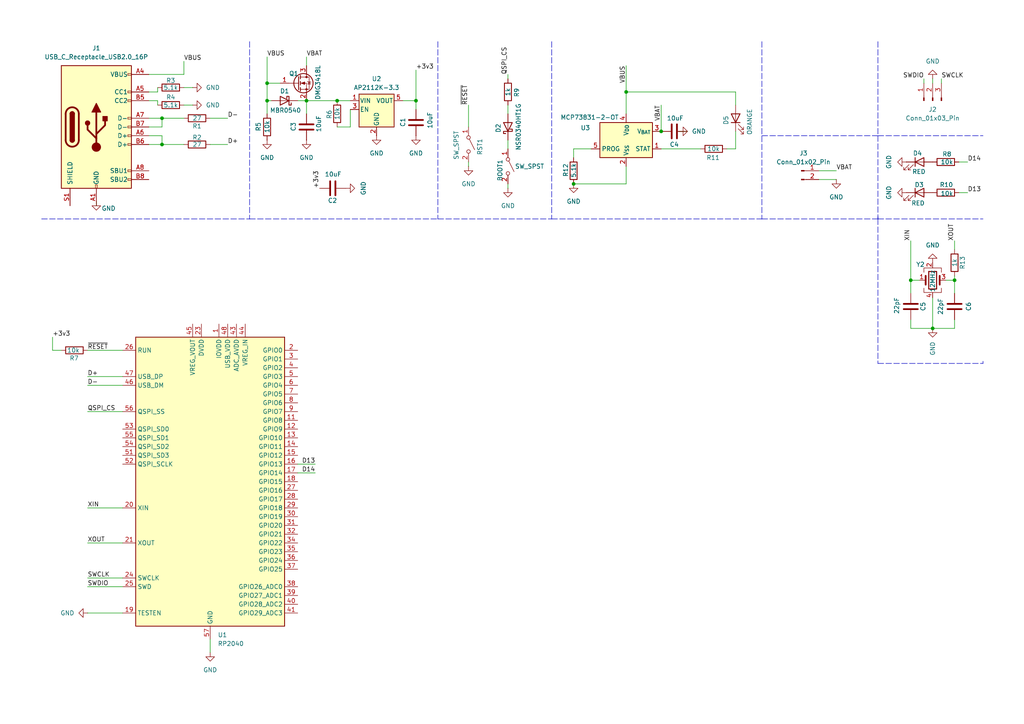
<source format=kicad_sch>
(kicad_sch (version 20231120) (generator "eeschema") (generator_version "8.0")
  (paper "A4")
  (lib_symbols
    (symbol "Battery_Management:MCP73831-2-OT"
      (property "Reference" "U" (at -7.62 6.35 0))
      (property "Value" "MCP73831-2-OT" (at 1.27 6.35 0))
      (symbol "MCP73831-2-OT_0_1"
        (rectangle (start -7.62 5.08) (end 7.62 -5.08) (stroke (width 0.254)) (fill (type background)))
      )
      (symbol "MCP73831-2-OT_1_1"
        (pin tri_state line (at 10.16 -2.54 180) (length 2.54) (name "STAT") (number "1"))
        (pin power_in line (at 0 -7.62 90) (length 2.54) (name "V_{SS}") (number "2"))
        (pin power_out line (at 10.16 2.54 180) (length 2.54) (name "V_{BAT}") (number "3"))
        (pin power_in line (at 0 7.62 270) (length 2.54) (name "V_{DD}") (number "4"))
        (pin input line (at -10.16 -2.54 0) (length 2.54) (name "PROG") (number "5"))
      )
    )
    (symbol "Connector:Conn_01x02_Pin" (pin_names (offset 1.016) hide)
      (property "Reference" "J" (at 0 2.54 0))
      (property "Value" "Conn_01x02_Pin" (at 0 -5.08 0))
      (symbol "Conn_01x02_Pin_1_1"
        (polyline (pts (xy 1.27 -2.54) (xy 0.8636 -2.54)) (stroke (width 0.1524)))
        (polyline (pts (xy 1.27 0) (xy 0.8636 0)) (stroke (width 0.1524)))
        (rectangle (start 0.8636 -2.413) (end 0 -2.667) (stroke (width 0.1524)) (fill (type outline)))
        (rectangle (start 0.8636 0.127) (end 0 -0.127) (stroke (width 0.1524)) (fill (type outline)))
        (pin passive line (at 5.08 0 180) (length 3.81) (name "Pin_1") (number "1"))
        (pin passive line (at 5.08 -2.54 180) (length 3.81) (name "Pin_2") (number "2"))
      )
    )
    (symbol "Connector:Conn_01x03_Pin" (pin_names (offset 1.016) hide)
      (property "Reference" "J" (at 0 5.08 0))
      (property "Value" "Conn_01x03_Pin" (at 0 -5.08 0))
      (symbol "Conn_01x03_Pin_1_1"
        (polyline (pts (xy 1.27 -2.54) (xy 0.8636 -2.54)) (stroke (width 0.1524)))
        (polyline (pts (xy 1.27 0) (xy 0.8636 0)) (stroke (width 0.1524)))
        (polyline (pts (xy 1.27 2.54) (xy 0.8636 2.54)) (stroke (width 0.1524)))
        (rectangle (start 0.8636 -2.413) (end 0 -2.667) (stroke (width 0.1524)) (fill (type outline)))
        (rectangle (start 0.8636 0.127) (end 0 -0.127) (stroke (width 0.1524)) (fill (type outline)))
        (rectangle (start 0.8636 2.667) (end 0 2.413) (stroke (width 0.1524)) (fill (type outline)))
        (pin passive line (at 5.08 2.54 180) (length 3.81) (name "Pin_1") (number "1"))
        (pin passive line (at 5.08 0 180) (length 3.81) (name "Pin_2") (number "2"))
        (pin passive line (at 5.08 -2.54 180) (length 3.81) (name "Pin_3") (number "3"))
      )
    )
    (symbol "Connector:USB_C_Receptacle_USB2.0_16P" (pin_names (offset 1.016))
      (property "Reference" "J" (at 0 22.225 0))
      (property "Value" "USB_C_Receptacle_USB2.0_16P" (at 0 19.685 0))
      (symbol "USB_C_Receptacle_USB2.0_16P_0_0"
        (rectangle (start -0.254 -17.78) (end 0.254 -16.764))
        (rectangle (start 10.16 -14.986) (end 9.144 -15.494))
        (rectangle (start 10.16 -12.446) (end 9.144 -12.954))
        (rectangle (start 10.16 -4.826) (end 9.144 -5.334))
        (rectangle (start 10.16 -2.286) (end 9.144 -2.794))
        (rectangle (start 10.16 0.254) (end 9.144 -0.254))
        (rectangle (start 10.16 2.794) (end 9.144 2.286))
        (rectangle (start 10.16 7.874) (end 9.144 7.366))
        (rectangle (start 10.16 10.414) (end 9.144 9.906))
        (rectangle (start 10.16 15.494) (end 9.144 14.986))
      )
      (symbol "USB_C_Receptacle_USB2.0_16P_0_1"
        (rectangle (start -10.16 17.78) (end 10.16 -17.78) (stroke (width 0.254)) (fill (type background)))
        (arc (start -8.89 -3.81) (mid -6.985 -5.7067) (end -5.08 -3.81) (stroke (width 0.508)))
        (arc (start -7.62 -3.81) (mid -6.985 -4.4423) (end -6.35 -3.81) (stroke (width 0.254)))
        (arc (start -7.62 -3.81) (mid -6.985 -4.4423) (end -6.35 -3.81) (stroke (width 0.254)) (fill (type outline)))
        (rectangle (start -7.62 -3.81) (end -6.35 3.81) (stroke (width 0.254)) (fill (type outline)))
        (arc (start -6.35 3.81) (mid -6.985 4.4423) (end -7.62 3.81) (stroke (width 0.254)))
        (arc (start -6.35 3.81) (mid -6.985 4.4423) (end -7.62 3.81) (stroke (width 0.254)) (fill (type outline)))
        (arc (start -5.08 3.81) (mid -6.985 5.7067) (end -8.89 3.81) (stroke (width 0.508)))
        (circle (center -2.54 1.143) (radius 0.635) (stroke (width 0.254)) (fill (type outline)))
        (circle (center 0 -5.842) (radius 1.27) (fill (type outline)))
        (polyline (pts (xy -8.89 -3.81) (xy -8.89 3.81)) (stroke (width 0.508)))
        (polyline (pts (xy -5.08 3.81) (xy -5.08 -3.81)) (stroke (width 0.508)))
        (polyline (pts (xy 0 -5.842) (xy 0 4.318)) (stroke (width 0.508)))
        (polyline (pts (xy 0 -3.302) (xy -2.54 -0.762) (xy -2.54 0.508)) (stroke (width 0.508)))
        (polyline (pts (xy 0 -2.032) (xy 2.54 0.508) (xy 2.54 1.778)) (stroke (width 0.508)))
        (polyline (pts (xy -1.27 4.318) (xy 0 6.858) (xy 1.27 4.318) (xy -1.27 4.318)) (stroke (width 0.254)) (fill (type outline)))
        (rectangle (start 1.905 1.778) (end 3.175 3.048) (stroke (width 0.254)) (fill (type outline)))
      )
      (symbol "USB_C_Receptacle_USB2.0_16P_1_1"
        (pin passive line (at 0 -22.86 90) (length 5.08) (name "GND") (number "A1"))
        (pin passive line (at 0 -22.86 90) (length 5.08) hide (name "GND") (number "A12"))
        (pin passive line (at 15.24 15.24 180) (length 5.08) (name "VBUS") (number "A4"))
        (pin bidirectional line (at 15.24 10.16 180) (length 5.08) (name "CC1") (number "A5"))
        (pin bidirectional line (at 15.24 -2.54 180) (length 5.08) (name "D+") (number "A6"))
        (pin bidirectional line (at 15.24 2.54 180) (length 5.08) (name "D-") (number "A7"))
        (pin bidirectional line (at 15.24 -12.7 180) (length 5.08) (name "SBU1") (number "A8"))
        (pin passive line (at 15.24 15.24 180) (length 5.08) hide (name "VBUS") (number "A9"))
        (pin passive line (at 0 -22.86 90) (length 5.08) hide (name "GND") (number "B1"))
        (pin passive line (at 0 -22.86 90) (length 5.08) hide (name "GND") (number "B12"))
        (pin passive line (at 15.24 15.24 180) (length 5.08) hide (name "VBUS") (number "B4"))
        (pin bidirectional line (at 15.24 7.62 180) (length 5.08) (name "CC2") (number "B5"))
        (pin bidirectional line (at 15.24 -5.08 180) (length 5.08) (name "D+") (number "B6"))
        (pin bidirectional line (at 15.24 0 180) (length 5.08) (name "D-") (number "B7"))
        (pin bidirectional line (at 15.24 -15.24 180) (length 5.08) (name "SBU2") (number "B8"))
        (pin passive line (at 15.24 15.24 180) (length 5.08) hide (name "VBUS") (number "B9"))
        (pin passive line (at -7.62 -22.86 90) (length 5.08) (name "SHIELD") (number "S1"))
      )
    )
    (symbol "Device:C" (pin_numbers hide) (pin_names (offset 0.254))
      (property "Reference" "C" (at 0.635 2.54 0))
      (property "Value" "C" (at 0.635 -2.54 0))
      (symbol "C_0_1"
        (polyline (pts (xy -2.032 -0.762) (xy 2.032 -0.762)) (stroke (width 0.508)))
        (polyline (pts (xy -2.032 0.762) (xy 2.032 0.762)) (stroke (width 0.508)))
      )
      (symbol "C_1_1"
        (pin passive line (at 0 3.81 270) (length 2.794) (name "~") (number "1"))
        (pin passive line (at 0 -3.81 90) (length 2.794) (name "~") (number "2"))
      )
    )
    (symbol "Device:Crystal_GND24" (pin_names (offset 1.016) hide)
      (property "Reference" "Y" (at 3.175 5.08 0))
      (property "Value" "Crystal_GND24" (at 3.175 3.175 0))
      (symbol "Crystal_GND24_0_1"
        (rectangle (start -1.143 2.54) (end 1.143 -2.54) (stroke (width 0.3048)))
        (polyline (pts (xy -2.54 0) (xy -2.032 0)))
        (polyline (pts (xy -2.032 -1.27) (xy -2.032 1.27)) (stroke (width 0.508)))
        (polyline (pts (xy 0 -3.81) (xy 0 -3.556)))
        (polyline (pts (xy 0 3.556) (xy 0 3.81)))
        (polyline (pts (xy 2.032 -1.27) (xy 2.032 1.27)) (stroke (width 0.508)))
        (polyline (pts (xy 2.032 0) (xy 2.54 0)))
        (polyline (pts (xy -2.54 -2.286) (xy -2.54 -3.556) (xy 2.54 -3.556) (xy 2.54 -2.286)))
        (polyline (pts (xy -2.54 2.286) (xy -2.54 3.556) (xy 2.54 3.556) (xy 2.54 2.286)))
      )
      (symbol "Crystal_GND24_1_1"
        (pin passive line (at -3.81 0 0) (length 1.27) (name "1") (number "1"))
        (pin passive line (at 0 5.08 270) (length 1.27) (name "2") (number "2"))
        (pin passive line (at 3.81 0 180) (length 1.27) (name "3") (number "3"))
        (pin passive line (at 0 -5.08 90) (length 1.27) (name "4") (number "4"))
      )
    )
    (symbol "Device:LED" (pin_numbers hide) (pin_names (offset 1.016) hide)
      (property "Reference" "D" (at 0 2.54 0))
      (property "Value" "LED" (at 0 -2.54 0))
      (symbol "LED_0_1"
        (polyline (pts (xy -1.27 -1.27) (xy -1.27 1.27)) (stroke (width 0.254)))
        (polyline (pts (xy -1.27 0) (xy 1.27 0)))
        (polyline (pts (xy 1.27 -1.27) (xy 1.27 1.27) (xy -1.27 0) (xy 1.27 -1.27)) (stroke (width 0.254)))
        (polyline (pts (xy -3.048 -0.762) (xy -4.572 -2.286) (xy -3.81 -2.286) (xy -4.572 -2.286) (xy -4.572 -1.524)))
        (polyline (pts (xy -1.778 -0.762) (xy -3.302 -2.286) (xy -2.54 -2.286) (xy -3.302 -2.286) (xy -3.302 -1.524)))
      )
      (symbol "LED_1_1"
        (pin passive line (at -3.81 0 0) (length 2.54) (name "K") (number "1"))
        (pin passive line (at 3.81 0 180) (length 2.54) (name "A") (number "2"))
      )
    )
    (symbol "Device:R" (pin_numbers hide) (pin_names (offset 0))
      (property "Reference" "R" (at 2.032 0 90))
      (property "Value" "R" (at 0 0 90))
      (symbol "R_0_1"
        (rectangle (start -1.016 -2.54) (end 1.016 2.54) (stroke (width 0.254)))
      )
      (symbol "R_1_1"
        (pin passive line (at 0 3.81 270) (length 1.27) (name "~") (number "1"))
        (pin passive line (at 0 -3.81 90) (length 1.27) (name "~") (number "2"))
      )
    )
    (symbol "Diode:MBR0540" (pin_numbers hide) (pin_names (offset 1.016) hide)
      (property "Reference" "D" (at 0 2.54 0))
      (property "Value" "MBR0540" (at 0 -2.54 0))
      (symbol "MBR0540_0_1"
        (polyline (pts (xy 1.27 0) (xy -1.27 0)))
        (polyline (pts (xy 1.27 1.27) (xy 1.27 -1.27) (xy -1.27 0) (xy 1.27 1.27)) (stroke (width 0.254)))
        (polyline (pts (xy -1.905 0.635) (xy -1.905 1.27) (xy -1.27 1.27) (xy -1.27 -1.27) (xy -0.635 -1.27) (xy -0.635 -0.635)) (stroke (width 0.254)))
      )
      (symbol "MBR0540_1_1"
        (pin passive line (at -3.81 0 0) (length 2.54) (name "K") (number "1"))
        (pin passive line (at 3.81 0 180) (length 2.54) (name "A") (number "2"))
      )
    )
    (symbol "Diode:NSR0340HT1G" (pin_numbers hide) (pin_names (offset 1.016) hide)
      (property "Reference" "D" (at 0 2.54 0))
      (property "Value" "NSR0340HT1G" (at 0 -2.54 0))
      (symbol "NSR0340HT1G_0_1"
        (polyline (pts (xy 1.27 0) (xy -1.27 0)))
        (polyline (pts (xy 1.27 1.27) (xy 1.27 -1.27) (xy -1.27 0) (xy 1.27 1.27)) (stroke (width 0.254)))
        (polyline (pts (xy -1.905 0.635) (xy -1.905 1.27) (xy -1.27 1.27) (xy -1.27 -1.27) (xy -0.635 -1.27) (xy -0.635 -0.635)) (stroke (width 0.254)))
      )
      (symbol "NSR0340HT1G_1_1"
        (pin passive line (at -3.81 0 0) (length 2.54) (name "K") (number "1"))
        (pin passive line (at 3.81 0 180) (length 2.54) (name "A") (number "2"))
      )
    )
    (symbol "MCU_RaspberryPi:RP2040"
      (property "Reference" "U" (at 17.78 45.72 0))
      (property "Value" "RP2040" (at 17.78 43.18 0))
      (symbol "RP2040_0_1"
        (rectangle (start -21.59 41.91) (end 21.59 -41.91) (stroke (width 0.254)) (fill (type background)))
      )
      (symbol "RP2040_1_1"
        (pin power_in line (at 2.54 45.72 270) (length 3.81) (name "IOVDD") (number "1"))
        (pin passive line (at 2.54 45.72 270) (length 3.81) hide (name "IOVDD") (number "10"))
        (pin bidirectional line (at 25.4 17.78 180) (length 3.81) (name "GPIO8") (number "11"))
        (pin bidirectional line (at 25.4 15.24 180) (length 3.81) (name "GPIO9") (number "12"))
        (pin bidirectional line (at 25.4 12.7 180) (length 3.81) (name "GPIO10") (number "13"))
        (pin bidirectional line (at 25.4 10.16 180) (length 3.81) (name "GPIO11") (number "14"))
        (pin bidirectional line (at 25.4 7.62 180) (length 3.81) (name "GPIO12") (number "15"))
        (pin bidirectional line (at 25.4 5.08 180) (length 3.81) (name "GPIO13") (number "16"))
        (pin bidirectional line (at 25.4 2.54 180) (length 3.81) (name "GPIO14") (number "17"))
        (pin bidirectional line (at 25.4 0 180) (length 3.81) (name "GPIO15") (number "18"))
        (pin input line (at -25.4 -38.1 0) (length 3.81) (name "TESTEN") (number "19"))
        (pin bidirectional line (at 25.4 38.1 180) (length 3.81) (name "GPIO0") (number "2"))
        (pin input line (at -25.4 -7.62 0) (length 3.81) (name "XIN") (number "20"))
        (pin passive line (at -25.4 -17.78 0) (length 3.81) (name "XOUT") (number "21"))
        (pin passive line (at 2.54 45.72 270) (length 3.81) hide (name "IOVDD") (number "22"))
        (pin power_in line (at -2.54 45.72 270) (length 3.81) (name "DVDD") (number "23"))
        (pin input line (at -25.4 -27.94 0) (length 3.81) (name "SWCLK") (number "24"))
        (pin bidirectional line (at -25.4 -30.48 0) (length 3.81) (name "SWD") (number "25"))
        (pin input line (at -25.4 38.1 0) (length 3.81) (name "RUN") (number "26"))
        (pin bidirectional line (at 25.4 -2.54 180) (length 3.81) (name "GPIO16") (number "27"))
        (pin bidirectional line (at 25.4 -5.08 180) (length 3.81) (name "GPIO17") (number "28"))
        (pin bidirectional line (at 25.4 -7.62 180) (length 3.81) (name "GPIO18") (number "29"))
        (pin bidirectional line (at 25.4 35.56 180) (length 3.81) (name "GPIO1") (number "3"))
        (pin bidirectional line (at 25.4 -10.16 180) (length 3.81) (name "GPIO19") (number "30"))
        (pin bidirectional line (at 25.4 -12.7 180) (length 3.81) (name "GPIO20") (number "31"))
        (pin bidirectional line (at 25.4 -15.24 180) (length 3.81) (name "GPIO21") (number "32"))
        (pin passive line (at 2.54 45.72 270) (length 3.81) hide (name "IOVDD") (number "33"))
        (pin bidirectional line (at 25.4 -17.78 180) (length 3.81) (name "GPIO22") (number "34"))
        (pin bidirectional line (at 25.4 -20.32 180) (length 3.81) (name "GPIO23") (number "35"))
        (pin bidirectional line (at 25.4 -22.86 180) (length 3.81) (name "GPIO24") (number "36"))
        (pin bidirectional line (at 25.4 -25.4 180) (length 3.81) (name "GPIO25") (number "37"))
        (pin bidirectional line (at 25.4 -30.48 180) (length 3.81) (name "GPIO26_ADC0") (number "38"))
        (pin bidirectional line (at 25.4 -33.02 180) (length 3.81) (name "GPIO27_ADC1") (number "39"))
        (pin bidirectional line (at 25.4 33.02 180) (length 3.81) (name "GPIO2") (number "4"))
        (pin bidirectional line (at 25.4 -35.56 180) (length 3.81) (name "GPIO28_ADC2") (number "40"))
        (pin bidirectional line (at 25.4 -38.1 180) (length 3.81) (name "GPIO29_ADC3") (number "41"))
        (pin passive line (at 2.54 45.72 270) (length 3.81) hide (name "IOVDD") (number "42"))
        (pin power_in line (at 7.62 45.72 270) (length 3.81) (name "ADC_AVDD") (number "43"))
        (pin power_in line (at 10.16 45.72 270) (length 3.81) (name "VREG_IN") (number "44"))
        (pin power_out line (at -5.08 45.72 270) (length 3.81) (name "VREG_VOUT") (number "45"))
        (pin bidirectional line (at -25.4 27.94 0) (length 3.81) (name "USB_DM") (number "46"))
        (pin bidirectional line (at -25.4 30.48 0) (length 3.81) (name "USB_DP") (number "47"))
        (pin power_in line (at 5.08 45.72 270) (length 3.81) (name "USB_VDD") (number "48"))
        (pin passive line (at 2.54 45.72 270) (length 3.81) hide (name "IOVDD") (number "49"))
        (pin bidirectional line (at 25.4 30.48 180) (length 3.81) (name "GPIO3") (number "5"))
        (pin passive line (at -2.54 45.72 270) (length 3.81) hide (name "DVDD") (number "50"))
        (pin bidirectional line (at -25.4 7.62 0) (length 3.81) (name "QSPI_SD3") (number "51"))
        (pin output line (at -25.4 5.08 0) (length 3.81) (name "QSPI_SCLK") (number "52"))
        (pin bidirectional line (at -25.4 15.24 0) (length 3.81) (name "QSPI_SD0") (number "53"))
        (pin bidirectional line (at -25.4 10.16 0) (length 3.81) (name "QSPI_SD2") (number "54"))
        (pin bidirectional line (at -25.4 12.7 0) (length 3.81) (name "QSPI_SD1") (number "55"))
        (pin bidirectional line (at -25.4 20.32 0) (length 3.81) (name "QSPI_SS") (number "56"))
        (pin power_in line (at 0 -45.72 90) (length 3.81) (name "GND") (number "57"))
        (pin bidirectional line (at 25.4 27.94 180) (length 3.81) (name "GPIO4") (number "6"))
        (pin bidirectional line (at 25.4 25.4 180) (length 3.81) (name "GPIO5") (number "7"))
        (pin bidirectional line (at 25.4 22.86 180) (length 3.81) (name "GPIO6") (number "8"))
        (pin bidirectional line (at 25.4 20.32 180) (length 3.81) (name "GPIO7") (number "9"))
      )
    )
    (symbol "Regulator_Linear:AP2112K-3.3" (pin_names (offset 0.254))
      (property "Reference" "U" (at -5.08 5.715 0))
      (property "Value" "AP2112K-3.3" (at 0 5.715 0))
      (symbol "AP2112K-3.3_0_1"
        (rectangle (start -5.08 4.445) (end 5.08 -5.08) (stroke (width 0.254)) (fill (type background)))
      )
      (symbol "AP2112K-3.3_1_1"
        (pin power_in line (at -7.62 2.54 0) (length 2.54) (name "VIN") (number "1"))
        (pin power_in line (at 0 -7.62 90) (length 2.54) (name "GND") (number "2"))
        (pin input line (at -7.62 0 0) (length 2.54) (name "EN") (number "3"))
        (pin no_connect line (at 5.08 0 180) (length 2.54) hide (name "NC") (number "4"))
        (pin power_out line (at 7.62 2.54 180) (length 2.54) (name "VOUT") (number "5"))
      )
    )
    (symbol "Switch:SW_SPST" (pin_names (offset 0) hide)
      (property "Reference" "SW" (at 0 3.175 0))
      (property "Value" "SW_SPST" (at 0 -2.54 0))
      (symbol "SW_SPST_0_0"
        (circle (center -2.032 0) (radius 0.508))
        (polyline (pts (xy -1.524 0.254) (xy 1.524 1.778)))
        (circle (center 2.032 0) (radius 0.508))
      )
      (symbol "SW_SPST_1_1"
        (pin passive line (at -5.08 0 0) (length 2.54) (name "A") (number "1"))
        (pin passive line (at 5.08 0 180) (length 2.54) (name "B") (number "2"))
      )
    )
    (symbol "Transistor_FET:DMG3418L" (pin_names hide)
      (property "Reference" "Q" (at 5.08 1.905 0))
      (property "Value" "DMG3418L" (at 5.08 0 0))
      (symbol "DMG3418L_0_1"
        (polyline (pts (xy 0.254 0) (xy -2.54 0)))
        (polyline (pts (xy 0.254 1.905) (xy 0.254 -1.905)) (stroke (width 0.254)))
        (polyline (pts (xy 0.762 -1.27) (xy 0.762 -2.286)) (stroke (width 0.254)))
        (polyline (pts (xy 0.762 0.508) (xy 0.762 -0.508)) (stroke (width 0.254)))
        (polyline (pts (xy 0.762 2.286) (xy 0.762 1.27)) (stroke (width 0.254)))
        (polyline (pts (xy 2.54 2.54) (xy 2.54 1.778)))
        (polyline (pts (xy 2.54 -2.54) (xy 2.54 0) (xy 0.762 0)))
        (polyline (pts (xy 0.762 -1.778) (xy 3.302 -1.778) (xy 3.302 1.778) (xy 0.762 1.778)))
        (polyline (pts (xy 1.016 0) (xy 2.032 0.381) (xy 2.032 -0.381) (xy 1.016 0)) (fill (type outline)))
        (polyline (pts (xy 2.794 0.508) (xy 2.921 0.381) (xy 3.683 0.381) (xy 3.81 0.254)))
        (polyline (pts (xy 3.302 0.381) (xy 2.921 -0.254) (xy 3.683 -0.254) (xy 3.302 0.381)))
        (circle (center 1.651 0) (radius 2.794) (stroke (width 0.254)))
        (circle (center 2.54 -1.778) (radius 0.254) (fill (type outline)))
        (circle (center 2.54 1.778) (radius 0.254) (fill (type outline)))
      )
      (symbol "DMG3418L_1_1"
        (pin input line (at -5.08 0 0) (length 2.54) (name "G") (number "1"))
        (pin passive line (at 2.54 -5.08 90) (length 2.54) (name "S") (number "2"))
        (pin passive line (at 2.54 5.08 270) (length 2.54) (name "D") (number "3"))
      )
    )
    (symbol "power:GND" (power) (pin_numbers hide) (pin_names (offset 0) hide)
      (property "Value" "GND" (at 0 -3.81 0))
      (symbol "GND_0_1"
        (polyline (pts (xy 0 0) (xy 0 -1.27) (xy 1.27 -1.27) (xy 0 -2.54) (xy -1.27 -1.27) (xy 0 -1.27)))
      )
      (symbol "GND_1_1"
        (pin power_in line (at 0 0 270) (length 0) (name "~") (number "1"))
      )
    )
  )
  (junction (at 181.61 26.67))
  (junction (at 191.77 38.1))
  (junction (at 166.37 53.34))
  (junction (at 270.51 95.25))
  (junction (at 120.65 29.21))
  (junction (at 77.47 29.21))
  (junction (at 46.99 41.91))
  (junction (at 264.16 81.28))
  (junction (at 46.99 34.29))
  (junction (at 77.47 24.13))
  (junction (at 276.86 81.28))
  (junction (at 97.79 29.21))
  (junction (at 88.9 29.21))
  (polyline (pts (xy 254.635 105.41) (xy 285.115 105.41)) (stroke (width 0) (type dash)))
  (polyline (pts (xy 127 63.5) (xy 160.02 63.5)) (stroke (width 0) (type dash)))
  (wire (pts (xy 181.61 33.02) (xy 181.61 26.67)))
  (wire (pts (xy 86.36 29.21) (xy 88.9 29.21)))
  (wire (pts (xy 60.96 41.91) (xy 66.04 41.91)))
  (wire (pts (xy 77.47 29.21) (xy 77.47 33.02)))
  (wire (pts (xy 242.57 52.07) (xy 237.49 52.07)))
  (wire (pts (xy 88.9 29.21) (xy 97.79 29.21)))
  (polyline (pts (xy 220.98 63.5) (xy 254.635 63.5)) (stroke (width 0) (type dash)))
  (wire (pts (xy 97.79 29.21) (xy 101.6 29.21)))
  (wire (pts (xy 25.4 177.8) (xy 35.56 177.8)))
  (wire (pts (xy 43.18 36.83) (xy 46.99 36.83)))
  (wire (pts (xy 60.96 185.42) (xy 60.96 189.23)))
  (polyline (pts (xy 160.02 12.065) (xy 160.02 63.5)) (stroke (width 0) (type dash)))
  (wire (pts (xy 25.4 111.76) (xy 35.56 111.76)))
  (wire (pts (xy 25.4 109.22) (xy 35.56 109.22)))
  (wire (pts (xy 46.99 34.29) (xy 46.99 36.83)))
  (wire (pts (xy 135.89 48.26) (xy 135.89 46.99)))
  (polyline (pts (xy 220.98 39.37) (xy 254.635 39.37)) (stroke (width 0) (type dash)))
  (wire (pts (xy 15.24 97.79) (xy 15.24 101.6)))
  (wire (pts (xy 147.32 21.59) (xy 147.32 22.86)))
  (wire (pts (xy 280.67 46.99) (xy 278.13 46.99)))
  (wire (pts (xy 213.36 26.67) (xy 213.36 30.48)))
  (wire (pts (xy 270.51 22.86) (xy 270.51 24.13)))
  (polyline (pts (xy 220.98 12.065) (xy 220.98 63.5)) (stroke (width 0) (type dash)))
  (wire (pts (xy 116.84 29.21) (xy 120.65 29.21)))
  (wire (pts (xy 97.79 36.83) (xy 101.6 36.83)))
  (polyline (pts (xy 160.02 63.5) (xy 220.98 63.5)) (stroke (width 0) (type dash)))
  (wire (pts (xy 101.6 36.83) (xy 101.6 31.75)))
  (wire (pts (xy 43.18 34.29) (xy 46.99 34.29)))
  (wire (pts (xy 181.61 19.05) (xy 181.61 26.67)))
  (polyline (pts (xy 254.635 39.37) (xy 254.635 63.5)) (stroke (width 0) (type dash)))
  (wire (pts (xy 166.37 45.72) (xy 166.37 43.18)))
  (wire (pts (xy 264.16 95.25) (xy 270.51 95.25)))
  (wire (pts (xy 267.97 22.86) (xy 267.97 24.13)))
  (wire (pts (xy 43.18 26.67) (xy 45.72 26.67)))
  (polyline (pts (xy 254.635 39.37) (xy 285.115 39.37)) (stroke (width 0) (type dash)))
  (wire (pts (xy 15.24 101.6) (xy 17.78 101.6)))
  (wire (pts (xy 276.86 92.71) (xy 276.86 95.25)))
  (wire (pts (xy 181.61 53.34) (xy 166.37 53.34)))
  (wire (pts (xy 270.51 86.36) (xy 270.51 95.25)))
  (wire (pts (xy 166.37 43.18) (xy 171.45 43.18)))
  (wire (pts (xy 276.86 80.01) (xy 276.86 81.28)))
  (wire (pts (xy 25.4 167.64) (xy 35.56 167.64)))
  (wire (pts (xy 53.34 17.78) (xy 53.34 21.59)))
  (wire (pts (xy 25.4 101.6) (xy 35.56 101.6)))
  (wire (pts (xy 25.4 157.48) (xy 35.56 157.48)))
  (wire (pts (xy 43.18 41.91) (xy 46.99 41.91)))
  (wire (pts (xy 237.49 49.53) (xy 242.57 49.53)))
  (wire (pts (xy 264.16 92.71) (xy 264.16 95.25)))
  (wire (pts (xy 53.34 30.48) (xy 55.88 30.48)))
  (wire (pts (xy 181.61 26.67) (xy 213.36 26.67)))
  (polyline (pts (xy 254.635 63.5) (xy 285.115 63.5)) (stroke (width 0) (type dash)))
  (wire (pts (xy 25.4 147.32) (xy 35.56 147.32)))
  (wire (pts (xy 91.44 137.16) (xy 86.36 137.16)))
  (wire (pts (xy 276.86 72.39) (xy 276.86 69.85)))
  (wire (pts (xy 25.4 119.38) (xy 35.56 119.38)))
  (polyline (pts (xy 254.635 63.5) (xy 254.635 62.865)) (stroke (width 0) (type dash)))
  (polyline (pts (xy 12.065 63.5) (xy 72.39 63.5)) (stroke (width 0) (type dash)))
  (wire (pts (xy 27.94 58.42) (xy 27.94 59.69)))
  (wire (pts (xy 147.32 30.48) (xy 147.32 33.02)))
  (wire (pts (xy 264.16 81.28) (xy 264.16 69.85)))
  (wire (pts (xy 88.9 16.51) (xy 88.9 19.05)))
  (polyline (pts (xy 285.115 104.775) (xy 285.115 105.41)) (stroke (width 0) (type dash)))
  (wire (pts (xy 45.72 26.67) (xy 45.72 25.4)))
  (wire (pts (xy 45.72 29.21) (xy 45.72 30.48)))
  (wire (pts (xy 120.65 20.32) (xy 120.65 29.21)))
  (wire (pts (xy 78.74 29.21) (xy 77.47 29.21)))
  (wire (pts (xy 213.36 43.18) (xy 213.36 38.1)))
  (wire (pts (xy 60.96 34.29) (xy 66.04 34.29)))
  (wire (pts (xy 77.47 24.13) (xy 81.28 24.13)))
  (wire (pts (xy 46.99 34.29) (xy 53.34 34.29)))
  (wire (pts (xy 264.16 81.28) (xy 266.7 81.28)))
  (wire (pts (xy 181.61 48.26) (xy 181.61 53.34)))
  (polyline (pts (xy 127 12.065) (xy 127 63.5)) (stroke (width 0) (type dash)))
  (wire (pts (xy 276.86 85.09) (xy 276.86 81.28)))
  (wire (pts (xy 43.18 21.59) (xy 53.34 21.59)))
  (wire (pts (xy 77.47 16.51) (xy 77.47 24.13)))
  (wire (pts (xy 43.18 39.37) (xy 46.99 39.37)))
  (wire (pts (xy 273.05 22.86) (xy 273.05 24.13)))
  (wire (pts (xy 196.85 38.1) (xy 199.39 38.1)))
  (wire (pts (xy 53.34 25.4) (xy 55.88 25.4)))
  (wire (pts (xy 120.65 29.21) (xy 120.65 31.75)))
  (polyline (pts (xy 72.39 63.5) (xy 127 63.5)) (stroke (width 0) (type dash)))
  (wire (pts (xy 147.32 43.18) (xy 147.32 40.64)))
  (wire (pts (xy 264.16 85.09) (xy 264.16 81.28)))
  (wire (pts (xy 77.47 24.13) (xy 77.47 29.21)))
  (wire (pts (xy 210.82 43.18) (xy 213.36 43.18)))
  (wire (pts (xy 191.77 43.18) (xy 203.2 43.18)))
  (polyline (pts (xy 72.39 12.065) (xy 72.39 63.5)) (stroke (width 0) (type dash)))
  (wire (pts (xy 276.86 95.25) (xy 270.51 95.25)))
  (wire (pts (xy 25.4 170.18) (xy 35.56 170.18)))
  (wire (pts (xy 46.99 41.91) (xy 53.34 41.91)))
  (wire (pts (xy 91.44 134.62) (xy 86.36 134.62)))
  (wire (pts (xy 274.32 81.28) (xy 276.86 81.28)))
  (wire (pts (xy 135.89 30.48) (xy 135.89 36.83)))
  (polyline (pts (xy 254.635 12.065) (xy 254.635 39.37)) (stroke (width 0) (type dash)))
  (wire (pts (xy 280.67 55.88) (xy 278.13 55.88)))
  (wire (pts (xy 88.9 29.21) (xy 88.9 33.02)))
  (wire (pts (xy 191.77 30.48) (xy 191.77 38.1)))
  (wire (pts (xy 46.99 39.37) (xy 46.99 41.91)))
  (wire (pts (xy 43.18 29.21) (xy 45.72 29.21)))
  (polyline (pts (xy 254.635 63.5) (xy 254.635 105.41)) (stroke (width 0) (type dash)))
  (wire (pts (xy 147.32 54.61) (xy 147.32 53.34)))
  (label "VBAT" (at 242.57 49.53 0))
  (label "VBUS" (at 77.47 16.51 0))
  (label "SWDIO" (at 25.4 170.18 0))
  (label "XIN" (at 25.4 147.32 0))
  (label "VBAT" (at 191.77 30.48 270))
  (label "D-" (at 25.4 111.76 0))
  (label "XOUT" (at 25.4 157.48 0))
  (label "SWCLK" (at 273.05 22.86 0))
  (label "VBAT" (at 88.9 16.51 0))
  (label "~{RESET}" (at 25.4 101.6 0))
  (label "QSPI_CS" (at 25.4 119.38 0))
  (label "D14" (at 91.44 137.16 180))
  (label "D-" (at 66.04 34.29 0))
  (label "SWDIO" (at 267.97 22.86 180))
  (label "~{RESET}" (at 135.89 30.48 90))
  (label "+3v3" (at 120.65 20.32 0))
  (label "XIN" (at 264.16 69.85 90))
  (label "D+" (at 66.04 41.91 0))
  (label "D13" (at 91.44 134.62 180))
  (label "+3v3" (at 15.24 97.79 0))
  (label "QSPI_CS" (at 147.32 21.59 90))
  (label "VBUS" (at 53.34 17.78 0))
  (label "D+" (at 25.4 109.22 0))
  (label "VBUS" (at 181.61 19.05 270))
  (label "D14" (at 280.67 46.99 0))
  (label "SWCLK" (at 25.4 167.64 0))
  (label "+3v3" (at 92.71 54.61 90))
  (label "D13" (at 280.67 55.88 0))
  (label "XOUT" (at 276.86 69.85 90))
  (symbol (lib_id "power:GND") (at 100.33 54.61 90) (unit 1)
    (property "Reference" "#PWR06" (effects (hide yes)))
    (property "Value" "GND" (at 105.41 54.61 0))
    (property "Description" "Power symbol creates a global label with name \"GND\" , ground" (effects (hide yes)))
  )
  (symbol (lib_id "Device:R") (at 21.59 101.6 90) (unit 1)
    (property "Reference" "R7" (at 22.86 103.886 90) (effects (justify left)))
    (property "Value" "10k" (at 23.114 101.6 90) (effects (justify left)))
    (property "Footprint" "Resistor_SMD:R_0603_1608Metric_Pad0.98x0.95mm_HandSolder" (effects (hide yes)))
    (property "Description" "Resistor" (effects (hide yes)))
  )
  (symbol (lib_id "power:GND") (at 77.47 40.64 0) (unit 1)
    (property "Reference" "#PWR08" (effects (hide yes)))
    (property "Value" "GND" (at 77.47 45.72 0))
    (property "Description" "Power symbol creates a global label with name \"GND\" , ground" (effects (hide yes)))
  )
  (symbol (lib_id "power:GND") (at 166.37 53.34 0) (unit 1)
    (property "Reference" "#PWR015" (effects (hide yes)))
    (property "Value" "GND" (at 166.37 58.42 0))
    (property "Description" "Power symbol creates a global label with name \"GND\" , ground" (effects (hide yes)))
  )
  (symbol (lib_id "Device:R") (at 77.47 36.83 0) (unit 1)
    (property "Reference" "R5" (at 74.93 38.1 90) (effects (justify left)))
    (property "Value" "10k" (at 77.47 38.608 90) (effects (justify left)))
    (property "Footprint" "Resistor_SMD:R_0603_1608Metric_Pad0.98x0.95mm_HandSolder" (effects (hide yes)))
    (property "Description" "Resistor" (effects (hide yes)))
  )
  (symbol (lib_id "Device:R") (at 274.32 55.88 270) (unit 1)
    (property "Reference" "R10" (at 272.542 53.594 90) (effects (justify left)))
    (property "Value" "10k" (at 272.796 56.134 90) (effects (justify left)))
    (property "Footprint" "Resistor_SMD:R_0603_1608Metric_Pad0.98x0.95mm_HandSolder" (effects (hide yes)))
    (property "Description" "Resistor" (effects (hide yes)))
  )
  (symbol (lib_id "Transistor_FET:DMG3418L") (at 86.36 24.13 0) (unit 1)
    (property "Reference" "Q1" (at 83.82 21.336 0) (effects (justify left)))
    (property "Value" "DMG3418L" (at 92.202 28.956 90) (effects (justify left)))
    (property "Footprint" "Package_TO_SOT_SMD:SOT-23" (effects (hide yes)))
    (property "Datasheet" "http://www.diodes.com/assets/Datasheets/DMG3418L.pdf" (effects (hide yes)))
    (property "Description" "4A Id, 30V Vds, N-Channel MOSFET, SOT-23" (effects (hide yes)))
  )
  (symbol (lib_id "power:GND") (at 60.96 189.23 0) (unit 1)
    (property "Reference" "#PWR013" (effects (hide yes)))
    (property "Value" "GND" (at 60.96 194.31 0))
    (property "Description" "Power symbol creates a global label with name \"GND\" , ground" (effects (hide yes)))
  )
  (symbol (lib_id "Diode:MBR0540") (at 82.55 29.21 180) (unit 1)
    (property "Reference" "D1" (at 82.55 26.416 0))
    (property "Value" "MBR0540" (at 82.804 32.004 0))
    (property "Footprint" "Diode_SMD:D_SOD-123" (effects (hide yes)))
    (property "Datasheet" "http://www.mccsemi.com/up_pdf/MBR0520~MBR0580(SOD123).pdf" (effects (hide yes)))
    (property "Description" "40V 0.5A Schottky Power Rectifier Diode, SOD-123" (effects (hide yes)))
  )
  (symbol (lib_id "Device:C") (at 195.58 38.1 90) (unit 1)
    (property "Reference" "C4" (at 195.58 41.91 90))
    (property "Value" "10uF" (at 195.834 34.29 90))
    (property "Footprint" "Capacitor_SMD:C_0805_2012Metric_Pad1.18x1.45mm_HandSolder" (effects (hide yes)))
    (property "Description" "Unpolarized capacitor" (effects (hide yes)))
  )
  (symbol (lib_id "Switch:SW_SPST") (at 147.32 48.26 270) (unit 1)
    (property "Reference" "BOOT1" (at 145.034 46.228 0) (effects (justify left)))
    (property "Value" "SW_SPST" (at 149.352 48.26 90) (effects (justify left)))
    (property "Footprint" "Button_Switch_SMD:SW_Push_1P1T_NO_CK_KMR2" (effects (hide yes)))
    (property "Description" "Single Pole Single Throw (SPST) switch" (effects (hide yes)))
  )
  (symbol (lib_id "Switch:SW_SPST") (at 135.89 41.91 270) (unit 1)
    (property "Reference" "RST1" (at 139.192 40.132 0) (effects (justify left)))
    (property "Value" "SW_SPST" (at 132.334 37.846 0) (effects (justify left)))
    (property "Footprint" "Button_Switch_SMD:SW_Push_1P1T_NO_CK_KMR2" (effects (hide yes)))
    (property "Description" "Single Pole Single Throw (SPST) switch" (effects (hide yes)))
  )
  (symbol (lib_id "power:GND") (at 147.32 54.61 0) (unit 1)
    (property "Reference" "#PWR010" (effects (hide yes)))
    (property "Value" "GND" (at 147.32 59.69 0))
    (property "Description" "Power symbol creates a global label with name \"GND\" , ground" (effects (hide yes)))
  )
  (symbol (lib_id "Device:R") (at 57.15 34.29 90) (unit 1)
    (property "Reference" "R1" (at 57.15 36.576 90))
    (property "Value" "27" (at 57.15 34.29 90))
    (property "Footprint" "Resistor_SMD:R_0603_1608Metric_Pad0.98x0.95mm_HandSolder" (effects (hide yes)))
    (property "Description" "Resistor" (effects (hide yes)))
  )
  (symbol (lib_id "Device:C") (at 264.16 88.9 180) (unit 1)
    (property "Reference" "C5" (at 267.716 88.9 90))
    (property "Value" "22pF" (at 260.096 88.646 90))
    (property "Footprint" "Capacitor_SMD:C_0805_2012Metric_Pad1.18x1.45mm_HandSolder" (effects (hide yes)))
    (property "Description" "Unpolarized capacitor" (effects (hide yes)))
  )
  (symbol (lib_id "power:GND") (at 55.88 30.48 90) (unit 1)
    (property "Reference" "#PWR02" (effects (hide yes)))
    (property "Value" "GND" (at 59.69 30.4799 90) (effects (justify right)))
    (property "Description" "Power symbol creates a global label with name \"GND\" , ground" (effects (hide yes)))
  )
  (symbol (lib_id "power:GND") (at 242.57 52.07 0) (unit 1)
    (property "Reference" "#PWR017" (effects (hide yes)))
    (property "Value" "GND" (at 242.57 57.15 0))
    (property "Description" "Power symbol creates a global label with name \"GND\" , ground" (effects (hide yes)))
  )
  (symbol (lib_id "power:GND") (at 27.94 58.42 0) (unit 1)
    (property "Reference" "#PWR03" (effects (hide yes)))
    (property "Value" "GND" (at 31.496 60.452 0))
    (property "Description" "Power symbol creates a global label with name \"GND\" , ground" (effects (hide yes)))
  )
  (symbol (lib_id "Device:C") (at 276.86 88.9 180) (unit 1)
    (property "Reference" "C6" (at 280.924 88.9 90))
    (property "Value" "22pF" (at 272.796 88.9 90))
    (property "Footprint" "Capacitor_SMD:C_0805_2012Metric_Pad1.18x1.45mm_HandSolder" (effects (hide yes)))
    (property "Description" "Unpolarized capacitor" (effects (hide yes)))
  )
  (symbol (lib_id "power:GND") (at 262.89 46.99 270) (unit 1)
    (property "Reference" "#PWR012" (effects (hide yes)))
    (property "Value" "GND" (at 257.81 46.99 0))
    (property "Description" "Power symbol creates a global label with name \"GND\" , ground" (effects (hide yes)))
  )
  (symbol (lib_id "power:GND") (at 120.65 39.37 0) (unit 1)
    (property "Reference" "#PWR05" (effects (hide yes)))
    (property "Value" "GND" (at 120.65 44.45 0))
    (property "Description" "Power symbol creates a global label with name \"GND\" , ground" (effects (hide yes)))
  )
  (symbol (lib_id "power:GND") (at 270.51 95.25 0) (unit 1)
    (property "Reference" "#PWR018" (effects (hide yes)))
    (property "Value" "GND" (at 270.5099 99.06 90) (effects (justify right)))
    (property "Description" "Power symbol creates a global label with name \"GND\" , ground" (effects (hide yes)))
  )
  (symbol (lib_id "Connector:Conn_01x02_Pin") (at 232.41 49.53 0) (unit 1)
    (property "Reference" "J3" (at 233.045 44.45 0))
    (property "Value" "Conn_01x02_Pin" (at 233.045 46.99 0))
    (property "Footprint" "Connector_JST:JST_EH_S2B-EH_1x02_P2.50mm_Horizontal" (effects (hide yes)))
    (property "Description" "Generic connector, single row, 01x02, script generated" (effects (hide yes)))
  )
  (symbol (lib_id "Device:C") (at 96.52 54.61 90) (unit 1)
    (property "Reference" "C2" (at 97.79 58.166 90) (effects (justify left)))
    (property "Value" "10uF" (at 99.06 50.546 90) (effects (justify left)))
    (property "Footprint" "Capacitor_SMD:C_0805_2012Metric_Pad1.18x1.45mm_HandSolder" (effects (hide yes)))
    (property "Description" "Unpolarized capacitor" (effects (hide yes)))
  )
  (symbol (lib_id "power:GND") (at 55.88 25.4 90) (unit 1)
    (property "Reference" "#PWR01" (effects (hide yes)))
    (property "Value" "GND" (at 59.69 25.3999 90) (effects (justify right)))
    (property "Description" "Power symbol creates a global label with name \"GND\" , ground" (effects (hide yes)))
  )
  (symbol (lib_id "Device:C") (at 120.65 35.56 0) (unit 1)
    (property "Reference" "C1" (at 116.84 36.83 90) (effects (justify left)))
    (property "Value" "10uF" (at 124.714 37.338 90) (effects (justify left)))
    (property "Footprint" "Capacitor_SMD:C_0805_2012Metric_Pad1.18x1.45mm_HandSolder" (effects (hide yes)))
    (property "Description" "Unpolarized capacitor" (effects (hide yes)))
  )
  (symbol (lib_id "power:GND") (at 135.89 48.26 0) (unit 1)
    (property "Reference" "#PWR09" (effects (hide yes)))
    (property "Value" "GND" (at 135.89 53.34 0))
    (property "Description" "Power symbol creates a global label with name \"GND\" , ground" (effects (hide yes)))
  )
  (symbol (lib_id "Device:R") (at 57.15 41.91 90) (unit 1)
    (property "Reference" "R2" (at 57.15 39.878 90))
    (property "Value" "27" (at 57.15 41.91 90))
    (property "Footprint" "Resistor_SMD:R_0603_1608Metric_Pad0.98x0.95mm_HandSolder" (effects (hide yes)))
    (property "Description" "Resistor" (effects (hide yes)))
  )
  (symbol (lib_id "Connector:Conn_01x03_Pin") (at 270.51 29.21 90) (unit 1)
    (property "Reference" "J2" (at 270.51 31.75 90))
    (property "Value" "Conn_01x03_Pin" (at 270.51 34.29 90))
    (property "Footprint" "Connector_PinHeader_2.54mm:PinHeader_1x03_P2.54mm_Horizontal" (effects (hide yes)))
    (property "Description" "Generic connector, single row, 01x03, script generated" (effects (hide yes)))
  )
  (symbol (lib_id "Regulator_Linear:AP2112K-3.3") (at 109.22 31.75 0) (unit 1)
    (property "Reference" "U2" (at 109.22 22.86 0))
    (property "Value" "AP2112K-3.3" (at 109.22 25.4 0))
    (property "Footprint" "Package_TO_SOT_SMD:SOT-23-5" (effects (hide yes)))
    (property "Datasheet" "https://www.diodes.com/assets/Datasheets/AP2112.pdf" (effects (hide yes)))
    (property "Description" "600mA low dropout linear regulator, with enable pin, 3.8V-6V input voltage range, 3.3V fixed positive output, SOT-23-5" (effects (hide yes)))
  )
  (symbol (lib_id "power:GND") (at 262.89 55.88 270) (unit 1)
    (property "Reference" "#PWR011" (effects (hide yes)))
    (property "Value" "GND" (at 257.81 55.88 0))
    (property "Description" "Power symbol creates a global label with name \"GND\" , ground" (effects (hide yes)))
  )
  (symbol (lib_id "power:GND") (at 196.85 38.1 90) (unit 1)
    (property "Reference" "#PWR016" (effects (hide yes)))
    (property "Value" "GND" (at 200.66 38.0999 90) (effects (justify right)))
    (property "Description" "Power symbol creates a global label with name \"GND\" , ground" (effects (hide yes)))
  )
  (symbol (lib_id "Diode:NSR0340HT1G") (at 147.32 36.83 90) (unit 1)
    (property "Reference" "D2" (at 144.526 35.814 0) (effects (justify right)))
    (property "Value" "NSR0340HT1G" (at 150.368 29.972 0) (effects (justify right)))
    (property "Footprint" "Diode_SMD:D_SOD-323" (effects (hide yes)))
    (property "Datasheet" "https://www.onsemi.com/pub/Collateral/NSR0340H-D.PDF" (effects (hide yes)))
    (property "Description" "40V 0.25A Schottky Diode, SOD-323" (effects (hide yes)))
  )
  (symbol (lib_id "Device:R") (at 274.32 46.99 270) (unit 1)
    (property "Reference" "R8" (at 273.304 44.704 90) (effects (justify left)))
    (property "Value" "10k" (at 272.796 46.99 90) (effects (justify left)))
    (property "Footprint" "Resistor_SMD:R_0603_1608Metric_Pad0.98x0.95mm_HandSolder" (effects (hide yes)))
    (property "Description" "Resistor" (effects (hide yes)))
  )
  (symbol (lib_id "Connector:USB_C_Receptacle_USB2.0_16P") (at 27.94 36.83 0) (unit 1)
    (property "Reference" "J1" (at 27.94 13.97 0))
    (property "Value" "USB_C_Receptacle_USB2.0_16P" (at 27.94 16.51 0))
    (property "Footprint" "Connector_USB:USB_C_Receptacle_Palconn_UTC16-G" (effects (hide yes)))
    (property "Datasheet" "https://www.usb.org/sites/default/files/documents/usb_type-c.zip" (effects (hide yes)))
    (property "Description" "USB 2.0-only 16P Type-C Receptacle connector" (effects (hide yes)))
  )
  (symbol (lib_id "power:GND") (at 88.9 40.64 0) (unit 1)
    (property "Reference" "#PWR07" (effects (hide yes)))
    (property "Value" "GND" (at 88.9 45.72 0))
    (property "Description" "Power symbol creates a global label with name \"GND\" , ground" (effects (hide yes)))
  )
  (symbol (lib_id "Device:R") (at 276.86 76.2 180) (unit 1)
    (property "Reference" "R13" (at 279.146 76.2 90))
    (property "Value" "1k" (at 276.86 76.2 90))
    (property "Footprint" "Resistor_SMD:R_0603_1608Metric_Pad0.98x0.95mm_HandSolder" (effects (hide yes)))
    (property "Description" "Resistor" (effects (hide yes)))
  )
  (symbol (lib_id "Device:R") (at 49.53 30.48 270) (unit 1)
    (property "Reference" "R4" (at 49.53 28.194 90))
    (property "Value" "5.1k" (at 49.53 30.48 90))
    (property "Footprint" "Resistor_SMD:R_0603_1608Metric_Pad0.98x0.95mm_HandSolder" (effects (hide yes)))
    (property "Description" "Resistor" (effects (hide yes)))
  )
  (symbol (lib_id "power:GND") (at 109.22 39.37 0) (unit 1)
    (property "Reference" "#PWR04" (effects (hide yes)))
    (property "Value" "GND" (at 109.22 44.45 0))
    (property "Description" "Power symbol creates a global label with name \"GND\" , ground" (effects (hide yes)))
  )
  (symbol (lib_id "Device:LED") (at 213.36 34.29 90) (unit 1)
    (property "Reference" "D5" (at 210.566 33.528 0) (effects (justify right)))
    (property "Value" "ORANGE" (at 217.424 31.496 0) (effects (justify right)))
    (property "Footprint" "LED_SMD:LED_0603_1608Metric_Pad1.05x0.95mm_HandSolder" (effects (hide yes)))
    (property "Description" "Light emitting diode" (effects (hide yes)))
  )
  (symbol (lib_id "Device:LED") (at 266.7 46.99 0) (unit 1)
    (property "Reference" "D4" (at 267.462 44.45 0) (effects (justify right)))
    (property "Value" "RED" (at 268.478 49.784 0) (effects (justify right)))
    (property "Footprint" "LED_SMD:LED_0603_1608Metric_Pad1.05x0.95mm_HandSolder" (effects (hide yes)))
    (property "Description" "Light emitting diode" (effects (hide yes)))
  )
  (symbol (lib_id "Device:R") (at 207.01 43.18 90) (unit 1)
    (property "Reference" "R11" (at 208.788 45.72 90) (effects (justify left)))
    (property "Value" "10k" (at 208.788 43.18 90) (effects (justify left)))
    (property "Footprint" "Resistor_SMD:R_0603_1608Metric_Pad0.98x0.95mm_HandSolder" (effects (hide yes)))
    (property "Description" "Resistor" (effects (hide yes)))
  )
  (symbol (lib_id "Device:R") (at 97.79 33.02 0) (unit 1)
    (property "Reference" "R6" (at 95.504 34.544 90) (effects (justify left)))
    (property "Value" "10k" (at 97.79 34.798 90) (effects (justify left)))
    (property "Footprint" "Resistor_SMD:R_0603_1608Metric_Pad0.98x0.95mm_HandSolder" (effects (hide yes)))
    (property "Description" "Resistor" (effects (hide yes)))
  )
  (symbol (lib_id "Device:R") (at 49.53 25.4 90) (unit 1)
    (property "Reference" "R3" (at 49.53 23.368 90))
    (property "Value" "5.1k" (at 49.53 25.4 90))
    (property "Footprint" "Resistor_SMD:R_0603_1608Metric_Pad0.98x0.95mm_HandSolder" (effects (hide yes)))
    (property "Description" "Resistor" (effects (hide yes)))
  )
  (symbol (lib_id "power:GND") (at 270.51 76.2 180) (unit 1)
    (property "Reference" "#PWR019" (effects (hide yes)))
    (property "Value" "GND" (at 270.51 71.12 0))
    (property "Description" "Power symbol creates a global label with name \"GND\" , ground" (effects (hide yes)))
  )
  (symbol (lib_id "Device:C") (at 88.9 36.83 0) (unit 1)
    (property "Reference" "C3" (at 85.09 38.1 90) (effects (justify left)))
    (property "Value" "10uF" (at 92.456 38.354 90) (effects (justify left)))
    (property "Footprint" "Capacitor_SMD:C_0805_2012Metric_Pad1.18x1.45mm_HandSolder" (effects (hide yes)))
    (property "Description" "Unpolarized capacitor" (effects (hide yes)))
  )
  (symbol (lib_id "Device:R") (at 166.37 49.53 0) (unit 1)
    (property "Reference" "R12" (at 164.084 51.308 90) (effects (justify left)))
    (property "Value" "5.1k" (at 166.37 51.562 90) (effects (justify left)))
    (property "Footprint" "Resistor_SMD:R_0603_1608Metric_Pad0.98x0.95mm_HandSolder" (effects (hide yes)))
    (property "Description" "Resistor" (effects (hide yes)))
  )
  (symbol (lib_id "power:GND") (at 25.4 177.8 270) (unit 1)
    (property "Reference" "#PWR020" (effects (hide yes)))
    (property "Value" "GND" (at 21.59 177.7999 90) (effects (justify right)))
    (property "Description" "Power symbol creates a global label with name \"GND\" , ground" (effects (hide yes)))
  )
  (symbol (lib_id "power:GND") (at 270.51 22.86 180) (unit 1)
    (property "Reference" "#PWR014" (effects (hide yes)))
    (property "Value" "GND" (at 270.51 17.78 0))
    (property "Description" "Power symbol creates a global label with name \"GND\" , ground" (effects (hide yes)))
  )
  (symbol (lib_id "Battery_Management:MCP73831-2-OT") (at 181.61 40.64 0) (unit 1)
    (property "Reference" "U3" (at 168.402 37.084 0) (effects (justify left)))
    (property "Value" "MCP73831-2-OT" (at 162.56 34.036 0) (effects (justify left)))
    (property "Footprint" "Package_TO_SOT_SMD:SOT-23-5" (effects (hide yes)))
    (property "Datasheet" "http://ww1.microchip.com/downloads/en/DeviceDoc/20001984g.pdf" (effects (hide yes)))
    (property "Description" "Single cell, Li-Ion/Li-Po charge management controller, 4.20V, Tri-State Status Output, in SOT23-5 package" (effects (hide yes)))
  )
  (symbol (lib_id "Device:R") (at 147.32 26.67 0) (unit 1)
    (property "Reference" "R9" (at 149.86 28.194 90) (effects (justify left)))
    (property "Value" "1k" (at 147.32 27.94 90) (effects (justify left)))
    (property "Footprint" "Resistor_SMD:R_0603_1608Metric_Pad0.98x0.95mm_HandSolder" (effects (hide yes)))
    (property "Description" "Resistor" (effects (hide yes)))
  )
  (symbol (lib_id "Device:Crystal_GND24") (at 270.51 81.28 0) (unit 1)
    (property "Reference" "Y2" (at 266.954 76.708 0))
    (property "Value" "12MHz" (at 270.51 81.534 90))
    (property "Footprint" "Crystal:Crystal_SMD_2520-4Pin_2.5x2.0mm" (effects (hide yes)))
    (property "Description" "Four pin crystal, GND on pins 2 and 4" (effects (hide yes)))
  )
  (symbol (lib_id "MCU_RaspberryPi:RP2040") (at 60.96 139.7 0) (unit 1)
    (property "Reference" "U1" (at 63.1541 184.15 0) (effects (justify left)))
    (property "Value" "RP2040" (at 63.1541 186.69 0) (effects (justify left)))
    (property "Footprint" "Package_DFN_QFN:QFN-56-1EP_7x7mm_P0.4mm_EP3.2x3.2mm" (effects (hide yes)))
    (property "Datasheet" "https://datasheets.raspberrypi.com/rp2040/rp2040-datasheet.pdf" (effects (hide yes)))
    (property "Description" "A microcontroller by Raspberry Pi" (effects (hide yes)))
  )
  (symbol (lib_id "Device:LED") (at 266.7 55.88 0) (unit 1)
    (property "Reference" "D3" (at 267.97 53.594 0) (effects (justify right)))
    (property "Value" "RED" (at 268.224 58.928 0) (effects (justify right)))
    (property "Footprint" "LED_SMD:LED_0603_1608Metric_Pad1.05x0.95mm_HandSolder" (effects (hide yes)))
    (property "Description" "Light emitting diode" (effects (hide yes)))
  )
)
</source>
